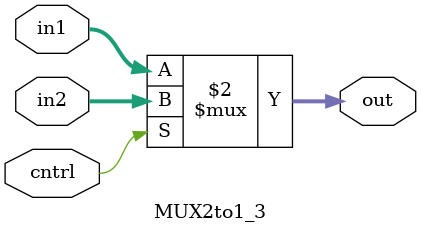
<source format=v>
module MUX2to1_3(cntrl,in1,in2,out);
input cntrl;
input [2:0] in1,in2;
output [2:0] out;
assign out = (cntrl == 1) ? in2 : in1;
endmodule

</source>
